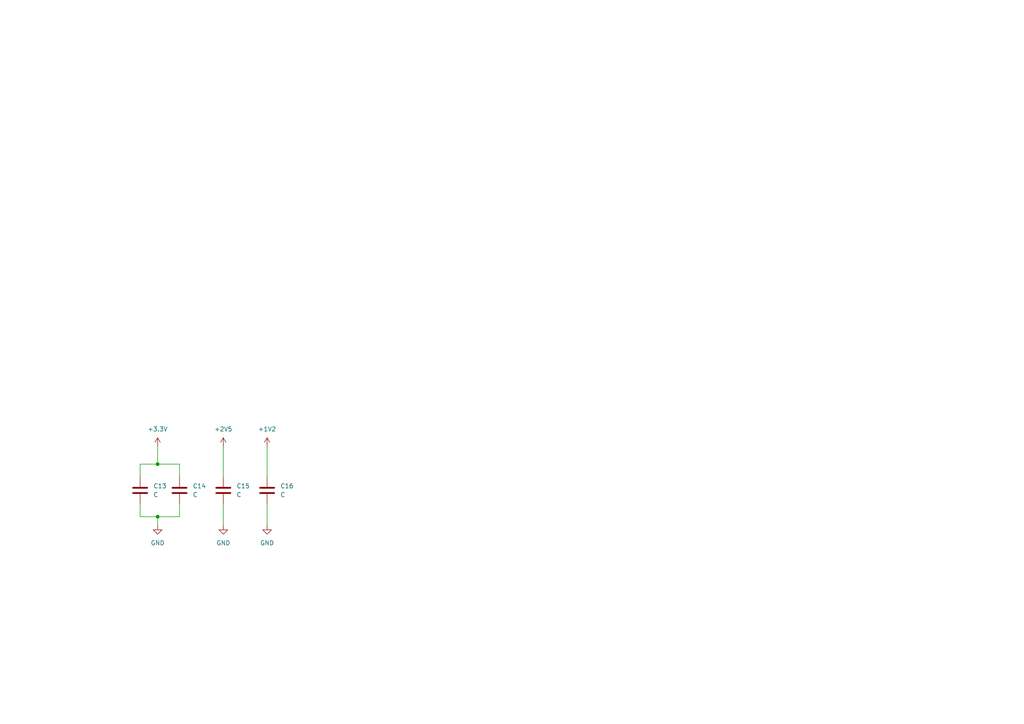
<source format=kicad_sch>
(kicad_sch (version 20230121) (generator eeschema)
  (paper "A4")
  (lib_symbols
    (symbol "Device:C" (pin_numbers hide) (pin_names (offset 0.254))
      (property "Reference" "C" (at 0.635 2.54 0))
      (property "Value" "C" (at 0.635 -2.54 0))
      (symbol "C_0_1"
        (polyline (pts (xy -2.032 -0.762) (xy 2.032 -0.762)) (stroke (width 0.508)))
        (polyline (pts (xy -2.032 0.762) (xy 2.032 0.762)) (stroke (width 0.508)))
      )
      (symbol "C_1_1"
        (pin passive line (at 0 3.81 270) (length 2.794) (name "~") (number "1"))
        (pin passive line (at 0 -3.81 90) (length 2.794) (name "~") (number "2"))
      )
    )
    (symbol "power:+1V2" (power) (pin_names (offset 0))
      (property "Value" "+1V2" (at 0 3.556 0))
      (symbol "+1V2_0_1"
        (polyline (pts (xy -0.762 1.27) (xy 0 2.54)))
        (polyline (pts (xy 0 0) (xy 0 2.54)))
        (polyline (pts (xy 0 2.54) (xy 0.762 1.27)))
      )
      (symbol "+1V2_1_1"
        (pin power_in line (at 0 0 90) (length 0) hide (name "+1V2") (number "1"))
      )
    )
    (symbol "power:+2V5" (power) (pin_names (offset 0))
      (property "Value" "+2V5" (at 0 3.556 0))
      (symbol "+2V5_0_1"
        (polyline (pts (xy -0.762 1.27) (xy 0 2.54)))
        (polyline (pts (xy 0 0) (xy 0 2.54)))
        (polyline (pts (xy 0 2.54) (xy 0.762 1.27)))
      )
      (symbol "+2V5_1_1"
        (pin power_in line (at 0 0 90) (length 0) hide (name "+2V5") (number "1"))
      )
    )
    (symbol "power:+3.3V" (power) (pin_names (offset 0))
      (property "Value" "+3.3V" (at 0 3.556 0))
      (symbol "+3.3V_0_1"
        (polyline (pts (xy -0.762 1.27) (xy 0 2.54)))
        (polyline (pts (xy 0 0) (xy 0 2.54)))
        (polyline (pts (xy 0 2.54) (xy 0.762 1.27)))
      )
      (symbol "+3.3V_1_1"
        (pin power_in line (at 0 0 90) (length 0) hide (name "+3.3V") (number "1"))
      )
    )
    (symbol "power:GND" (power) (pin_names (offset 0))
      (property "Value" "GND" (at 0 -3.81 0))
      (symbol "GND_0_1"
        (polyline (pts (xy 0 0) (xy 0 -1.27) (xy 1.27 -1.27) (xy 0 -2.54) (xy -1.27 -1.27) (xy 0 -1.27)))
      )
      (symbol "GND_1_1"
        (pin power_in line (at 0 0 270) (length 0) hide (name "GND") (number "1"))
      )
    )
  )
  (junction (at 45.72 149.86))
  (junction (at 45.72 134.62))
  (wire (pts (xy 64.77 146.05) (xy 64.77 152.4)))
  (wire (pts (xy 45.72 134.62) (xy 52.07 134.62)))
  (wire (pts (xy 52.07 146.05) (xy 52.07 149.86)))
  (wire (pts (xy 45.72 129.54) (xy 45.72 134.62)))
  (wire (pts (xy 45.72 149.86) (xy 40.64 149.86)))
  (wire (pts (xy 77.47 129.54) (xy 77.47 138.43)))
  (wire (pts (xy 45.72 152.4) (xy 45.72 149.86)))
  (wire (pts (xy 40.64 149.86) (xy 40.64 146.05)))
  (wire (pts (xy 40.64 138.43) (xy 40.64 134.62)))
  (wire (pts (xy 40.64 134.62) (xy 45.72 134.62)))
  (wire (pts (xy 64.77 129.54) (xy 64.77 138.43)))
  (wire (pts (xy 77.47 146.05) (xy 77.47 152.4)))
  (wire (pts (xy 52.07 134.62) (xy 52.07 138.43)))
  (wire (pts (xy 52.07 149.86) (xy 45.72 149.86)))
  (symbol (lib_id "Device:C") (at 64.77 142.24 0) (unit 1)
    (property "Reference" "C15" (at 68.58 140.97 0) (effects (justify left)))
    (property "Value" "C" (at 68.58 143.51 0) (effects (justify left)))
    (property "Footprint" "Capacitor_SMD:C_0603_1608Metric" (effects hide))
  )
  (symbol (lib_id "Device:C") (at 77.47 142.24 0) (unit 1)
    (property "Reference" "C16" (at 81.28 140.97 0) (effects (justify left)))
    (property "Value" "C" (at 81.28 143.51 0) (effects (justify left)))
    (property "Footprint" "Capacitor_SMD:C_0603_1608Metric" (effects hide))
  )
  (symbol (lib_id "power:GND") (at 64.77 152.4 0) (unit 1)
    (property "Reference" "#PWR049" (effects hide))
    (property "Value" "GND" (at 64.77 157.48 0))
  )
  (symbol (lib_id "power:GND") (at 45.72 152.4 0) (unit 1)
    (property "Reference" "#PWR045" (effects hide))
    (property "Value" "GND" (at 45.72 157.48 0))
  )
  (symbol (lib_id "power:+2V5") (at 64.77 129.54 0) (unit 1)
    (property "Reference" "#PWR048" (effects hide))
    (property "Value" "+2V5" (at 64.77 124.46 0))
  )
  (symbol (lib_id "Device:C") (at 52.07 142.24 0) (unit 1)
    (property "Reference" "C14" (at 55.88 140.97 0) (effects (justify left)))
    (property "Value" "C" (at 55.88 143.51 0) (effects (justify left)))
    (property "Footprint" "Capacitor_SMD:C_0603_1608Metric" (effects hide))
  )
  (symbol (lib_id "power:+3.3V") (at 45.72 129.54 0) (unit 1)
    (property "Reference" "#PWR046" (effects hide))
    (property "Value" "+3.3V" (at 45.72 124.46 0))
  )
  (symbol (lib_id "Device:C") (at 40.64 142.24 0) (unit 1)
    (property "Reference" "C13" (at 44.45 140.97 0) (effects (justify left)))
    (property "Value" "C" (at 44.45 143.51 0) (effects (justify left)))
    (property "Footprint" "Capacitor_SMD:C_0603_1608Metric" (effects hide))
  )
  (symbol (lib_id "power:+1V2") (at 77.47 129.54 0) (unit 1)
    (property "Reference" "#PWR047" (effects hide))
    (property "Value" "+1V2" (at 77.47 124.46 0))
  )
  (symbol (lib_id "power:GND") (at 77.47 152.4 0) (unit 1)
    (property "Reference" "#PWR050" (effects hide))
    (property "Value" "GND" (at 77.47 157.48 0))
  )
)
</source>
